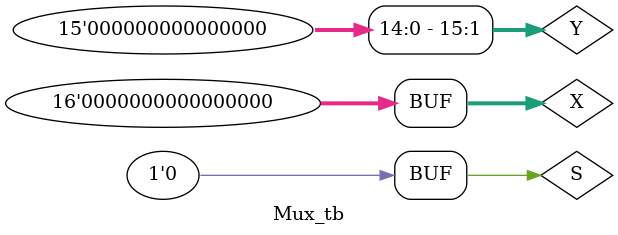
<source format=sv>
/*
   tces330 spring 2025
   Mux.sv - Multiplexer File
   authors : abdullah almaroof & olega obini
   description: 
   a multiplexer between the register file and data memory
*/

`timescale 1ns/1ps
module Mux (X, Y, S, M); // A Mux 2 to 1 module
    // Port Declarations
    input S;
    input [15:0] X, Y; // 3 single-bit inputs
    output [15:0] M; // 1 single-bit output

    assign M = (~S & X) | (S & Y); // Mux logic: if S=0, M=X; if S=1, M=Y

endmodule


module Mux_tb();
    logic [15:0] X, Y; 
    logic S; // 3 single-bit inputs
    logic [15:0] M; // 1 single-bit output

    // Instantiate the Device Under Test (DUT)
    Mux DUT(.X(X), .Y(Y), .S(S), .M(M));

    initial begin
        for (int i = 0; i < 8; i = i + 1) begin
            // Generate all combinations of inputs
            {S, X, Y} = i;
            #10; // Wait for 10 time units to observe the output
        end
        for( int j =0; j < 9; j++) begin    
            // Generate all combinations of inputs
            {S, X, Y} = $random;
            #10; // Wait for 10 time units to observe the output
        end
    end
endmodule
</source>
